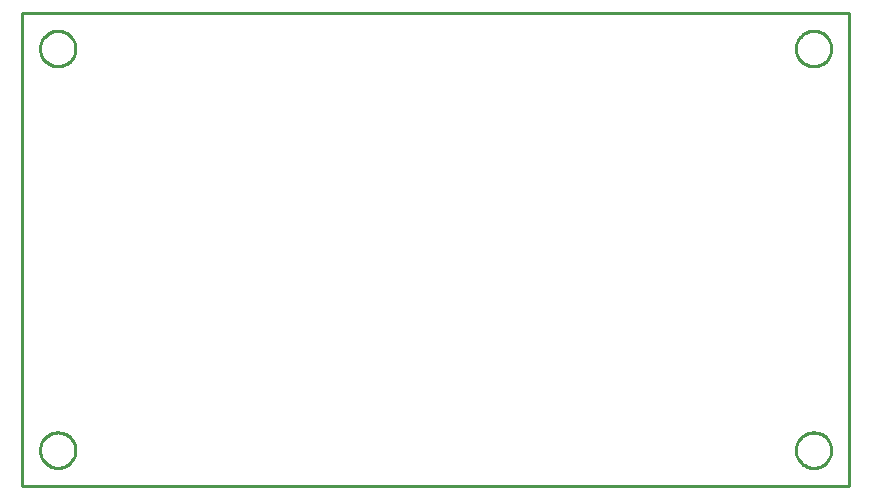
<source format=gbr>
G04 EAGLE Gerber RS-274X export*
G75*
%MOMM*%
%FSLAX34Y34*%
%LPD*%
%IN*%
%IPPOS*%
%AMOC8*
5,1,8,0,0,1.08239X$1,22.5*%
G01*
%ADD10C,0.254000*%


D10*
X0Y0D02*
X700000Y0D01*
X700000Y400000D01*
X0Y400000D01*
X0Y0D01*
X45000Y369464D02*
X44924Y368396D01*
X44771Y367335D01*
X44543Y366288D01*
X44241Y365260D01*
X43867Y364256D01*
X43422Y363281D01*
X42908Y362341D01*
X42329Y361440D01*
X41687Y360582D01*
X40985Y359772D01*
X40228Y359015D01*
X39418Y358313D01*
X38560Y357671D01*
X37659Y357092D01*
X36719Y356578D01*
X35744Y356133D01*
X34740Y355759D01*
X33712Y355457D01*
X32665Y355229D01*
X31604Y355076D01*
X30536Y355000D01*
X29464Y355000D01*
X28396Y355076D01*
X27335Y355229D01*
X26288Y355457D01*
X25260Y355759D01*
X24256Y356133D01*
X23281Y356578D01*
X22341Y357092D01*
X21440Y357671D01*
X20582Y358313D01*
X19772Y359015D01*
X19015Y359772D01*
X18313Y360582D01*
X17671Y361440D01*
X17092Y362341D01*
X16578Y363281D01*
X16133Y364256D01*
X15759Y365260D01*
X15457Y366288D01*
X15229Y367335D01*
X15076Y368396D01*
X15000Y369464D01*
X15000Y370536D01*
X15076Y371604D01*
X15229Y372665D01*
X15457Y373712D01*
X15759Y374740D01*
X16133Y375744D01*
X16578Y376719D01*
X17092Y377659D01*
X17671Y378560D01*
X18313Y379418D01*
X19015Y380228D01*
X19772Y380985D01*
X20582Y381687D01*
X21440Y382329D01*
X22341Y382908D01*
X23281Y383422D01*
X24256Y383867D01*
X25260Y384241D01*
X26288Y384543D01*
X27335Y384771D01*
X28396Y384924D01*
X29464Y385000D01*
X30536Y385000D01*
X31604Y384924D01*
X32665Y384771D01*
X33712Y384543D01*
X34740Y384241D01*
X35744Y383867D01*
X36719Y383422D01*
X37659Y382908D01*
X38560Y382329D01*
X39418Y381687D01*
X40228Y380985D01*
X40985Y380228D01*
X41687Y379418D01*
X42329Y378560D01*
X42908Y377659D01*
X43422Y376719D01*
X43867Y375744D01*
X44241Y374740D01*
X44543Y373712D01*
X44771Y372665D01*
X44924Y371604D01*
X45000Y370536D01*
X45000Y369464D01*
X685000Y369464D02*
X684924Y368396D01*
X684771Y367335D01*
X684543Y366288D01*
X684241Y365260D01*
X683867Y364256D01*
X683422Y363281D01*
X682908Y362341D01*
X682329Y361440D01*
X681687Y360582D01*
X680985Y359772D01*
X680228Y359015D01*
X679418Y358313D01*
X678560Y357671D01*
X677659Y357092D01*
X676719Y356578D01*
X675744Y356133D01*
X674740Y355759D01*
X673712Y355457D01*
X672665Y355229D01*
X671604Y355076D01*
X670536Y355000D01*
X669464Y355000D01*
X668396Y355076D01*
X667335Y355229D01*
X666288Y355457D01*
X665260Y355759D01*
X664256Y356133D01*
X663281Y356578D01*
X662341Y357092D01*
X661440Y357671D01*
X660582Y358313D01*
X659772Y359015D01*
X659015Y359772D01*
X658313Y360582D01*
X657671Y361440D01*
X657092Y362341D01*
X656578Y363281D01*
X656133Y364256D01*
X655759Y365260D01*
X655457Y366288D01*
X655229Y367335D01*
X655076Y368396D01*
X655000Y369464D01*
X655000Y370536D01*
X655076Y371604D01*
X655229Y372665D01*
X655457Y373712D01*
X655759Y374740D01*
X656133Y375744D01*
X656578Y376719D01*
X657092Y377659D01*
X657671Y378560D01*
X658313Y379418D01*
X659015Y380228D01*
X659772Y380985D01*
X660582Y381687D01*
X661440Y382329D01*
X662341Y382908D01*
X663281Y383422D01*
X664256Y383867D01*
X665260Y384241D01*
X666288Y384543D01*
X667335Y384771D01*
X668396Y384924D01*
X669464Y385000D01*
X670536Y385000D01*
X671604Y384924D01*
X672665Y384771D01*
X673712Y384543D01*
X674740Y384241D01*
X675744Y383867D01*
X676719Y383422D01*
X677659Y382908D01*
X678560Y382329D01*
X679418Y381687D01*
X680228Y380985D01*
X680985Y380228D01*
X681687Y379418D01*
X682329Y378560D01*
X682908Y377659D01*
X683422Y376719D01*
X683867Y375744D01*
X684241Y374740D01*
X684543Y373712D01*
X684771Y372665D01*
X684924Y371604D01*
X685000Y370536D01*
X685000Y369464D01*
X685000Y29464D02*
X684924Y28396D01*
X684771Y27335D01*
X684543Y26288D01*
X684241Y25260D01*
X683867Y24256D01*
X683422Y23281D01*
X682908Y22341D01*
X682329Y21440D01*
X681687Y20582D01*
X680985Y19772D01*
X680228Y19015D01*
X679418Y18313D01*
X678560Y17671D01*
X677659Y17092D01*
X676719Y16578D01*
X675744Y16133D01*
X674740Y15759D01*
X673712Y15457D01*
X672665Y15229D01*
X671604Y15076D01*
X670536Y15000D01*
X669464Y15000D01*
X668396Y15076D01*
X667335Y15229D01*
X666288Y15457D01*
X665260Y15759D01*
X664256Y16133D01*
X663281Y16578D01*
X662341Y17092D01*
X661440Y17671D01*
X660582Y18313D01*
X659772Y19015D01*
X659015Y19772D01*
X658313Y20582D01*
X657671Y21440D01*
X657092Y22341D01*
X656578Y23281D01*
X656133Y24256D01*
X655759Y25260D01*
X655457Y26288D01*
X655229Y27335D01*
X655076Y28396D01*
X655000Y29464D01*
X655000Y30536D01*
X655076Y31604D01*
X655229Y32665D01*
X655457Y33712D01*
X655759Y34740D01*
X656133Y35744D01*
X656578Y36719D01*
X657092Y37659D01*
X657671Y38560D01*
X658313Y39418D01*
X659015Y40228D01*
X659772Y40985D01*
X660582Y41687D01*
X661440Y42329D01*
X662341Y42908D01*
X663281Y43422D01*
X664256Y43867D01*
X665260Y44241D01*
X666288Y44543D01*
X667335Y44771D01*
X668396Y44924D01*
X669464Y45000D01*
X670536Y45000D01*
X671604Y44924D01*
X672665Y44771D01*
X673712Y44543D01*
X674740Y44241D01*
X675744Y43867D01*
X676719Y43422D01*
X677659Y42908D01*
X678560Y42329D01*
X679418Y41687D01*
X680228Y40985D01*
X680985Y40228D01*
X681687Y39418D01*
X682329Y38560D01*
X682908Y37659D01*
X683422Y36719D01*
X683867Y35744D01*
X684241Y34740D01*
X684543Y33712D01*
X684771Y32665D01*
X684924Y31604D01*
X685000Y30536D01*
X685000Y29464D01*
X45000Y29464D02*
X44924Y28396D01*
X44771Y27335D01*
X44543Y26288D01*
X44241Y25260D01*
X43867Y24256D01*
X43422Y23281D01*
X42908Y22341D01*
X42329Y21440D01*
X41687Y20582D01*
X40985Y19772D01*
X40228Y19015D01*
X39418Y18313D01*
X38560Y17671D01*
X37659Y17092D01*
X36719Y16578D01*
X35744Y16133D01*
X34740Y15759D01*
X33712Y15457D01*
X32665Y15229D01*
X31604Y15076D01*
X30536Y15000D01*
X29464Y15000D01*
X28396Y15076D01*
X27335Y15229D01*
X26288Y15457D01*
X25260Y15759D01*
X24256Y16133D01*
X23281Y16578D01*
X22341Y17092D01*
X21440Y17671D01*
X20582Y18313D01*
X19772Y19015D01*
X19015Y19772D01*
X18313Y20582D01*
X17671Y21440D01*
X17092Y22341D01*
X16578Y23281D01*
X16133Y24256D01*
X15759Y25260D01*
X15457Y26288D01*
X15229Y27335D01*
X15076Y28396D01*
X15000Y29464D01*
X15000Y30536D01*
X15076Y31604D01*
X15229Y32665D01*
X15457Y33712D01*
X15759Y34740D01*
X16133Y35744D01*
X16578Y36719D01*
X17092Y37659D01*
X17671Y38560D01*
X18313Y39418D01*
X19015Y40228D01*
X19772Y40985D01*
X20582Y41687D01*
X21440Y42329D01*
X22341Y42908D01*
X23281Y43422D01*
X24256Y43867D01*
X25260Y44241D01*
X26288Y44543D01*
X27335Y44771D01*
X28396Y44924D01*
X29464Y45000D01*
X30536Y45000D01*
X31604Y44924D01*
X32665Y44771D01*
X33712Y44543D01*
X34740Y44241D01*
X35744Y43867D01*
X36719Y43422D01*
X37659Y42908D01*
X38560Y42329D01*
X39418Y41687D01*
X40228Y40985D01*
X40985Y40228D01*
X41687Y39418D01*
X42329Y38560D01*
X42908Y37659D01*
X43422Y36719D01*
X43867Y35744D01*
X44241Y34740D01*
X44543Y33712D01*
X44771Y32665D01*
X44924Y31604D01*
X45000Y30536D01*
X45000Y29464D01*
M02*

</source>
